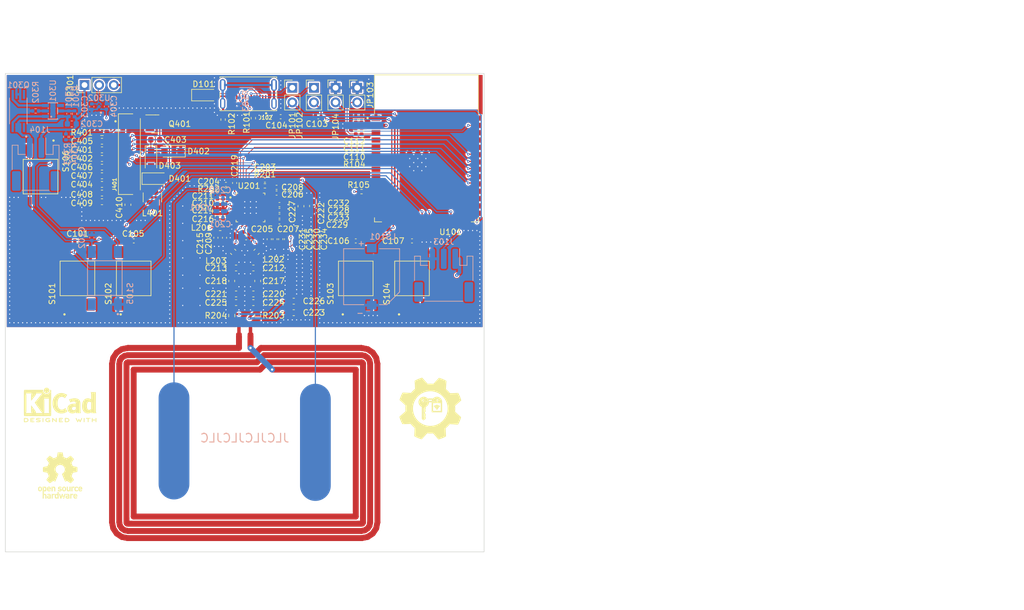
<source format=kicad_pcb>
(kicad_pcb (version 20211014) (generator pcbnew)

  (general
    (thickness 1.59)
  )

  (paper "A4")
  (layers
    (0 "F.Cu" signal)
    (1 "In1.Cu" power)
    (2 "In2.Cu" power)
    (31 "B.Cu" signal)
    (32 "B.Adhes" user "B.Adhesive")
    (33 "F.Adhes" user "F.Adhesive")
    (34 "B.Paste" user)
    (35 "F.Paste" user)
    (36 "B.SilkS" user "B.Silkscreen")
    (37 "F.SilkS" user "F.Silkscreen")
    (38 "B.Mask" user)
    (39 "F.Mask" user)
    (40 "Dwgs.User" user "User.Drawings")
    (41 "Cmts.User" user "User.Comments")
    (42 "Eco1.User" user "User.Eco1")
    (43 "Eco2.User" user "User.Eco2")
    (44 "Edge.Cuts" user)
    (45 "Margin" user)
    (46 "B.CrtYd" user "B.Courtyard")
    (47 "F.CrtYd" user "F.Courtyard")
    (48 "B.Fab" user)
    (49 "F.Fab" user)
    (50 "User.1" user)
    (51 "User.2" user)
    (52 "User.3" user)
    (53 "User.4" user)
    (54 "User.5" user)
    (55 "User.6" user)
    (56 "User.7" user)
    (57 "User.8" user)
    (58 "User.9" user)
  )

  (setup
    (stackup
      (layer "F.SilkS" (type "Top Silk Screen") (color "White"))
      (layer "F.Paste" (type "Top Solder Paste"))
      (layer "F.Mask" (type "Top Solder Mask") (color "Green") (thickness 0.01))
      (layer "F.Cu" (type "copper") (thickness 0.035))
      (layer "dielectric 1" (type "core") (thickness 0.2) (material "FR4") (epsilon_r 4.6) (loss_tangent 0.02))
      (layer "In1.Cu" (type "copper") (thickness 0.0175))
      (layer "dielectric 2" (type "prepreg") (thickness 1.065) (material "FR4") (epsilon_r 4.6) (loss_tangent 0.02))
      (layer "In2.Cu" (type "copper") (thickness 0.0175))
      (layer "dielectric 3" (type "core") (thickness 0.2) (material "FR4") (epsilon_r 4.6) (loss_tangent 0.02))
      (layer "B.Cu" (type "copper") (thickness 0.035))
      (layer "B.Mask" (type "Bottom Solder Mask") (color "Green") (thickness 0.01))
      (layer "B.Paste" (type "Bottom Solder Paste"))
      (layer "B.SilkS" (type "Bottom Silk Screen") (color "White"))
      (copper_finish "ENIG")
      (dielectric_constraints yes)
    )
    (pad_to_mask_clearance 0.05)
    (solder_mask_min_width 0.2)
    (pcbplotparams
      (layerselection 0x00010fc_ffffffff)
      (disableapertmacros false)
      (usegerberextensions true)
      (usegerberattributes true)
      (usegerberadvancedattributes true)
      (creategerberjobfile true)
      (svguseinch false)
      (svgprecision 6)
      (excludeedgelayer true)
      (plotframeref false)
      (viasonmask false)
      (mode 1)
      (useauxorigin false)
      (hpglpennumber 1)
      (hpglpenspeed 20)
      (hpglpendiameter 15.000000)
      (dxfpolygonmode true)
      (dxfimperialunits true)
      (dxfusepcbnewfont true)
      (psnegative false)
      (psa4output false)
      (plotreference true)
      (plotvalue true)
      (plotinvisibletext false)
      (sketchpadsonfab false)
      (subtractmaskfromsilk true)
      (outputformat 1)
      (mirror false)
      (drillshape 0)
      (scaleselection 1)
      (outputdirectory "out/")
    )
  )

  (net 0 "")
  (net 1 "Net-(AE202-Pad1)")
  (net 2 "Net-(AE202-Pad2)")
  (net 3 "GND")
  (net 4 "+3V3")
  (net 5 "Net-(C404-Pad2)")
  (net 6 "Net-(C405-Pad2)")
  (net 7 "Net-(C406-Pad2)")
  (net 8 "Net-(C407-Pad2)")
  (net 9 "Net-(C408-Pad2)")
  (net 10 "Net-(C409-Pad2)")
  (net 11 "Net-(C410-Pad1)")
  (net 12 "+5V")
  (net 13 "USB_VBUS")
  (net 14 "unconnected-(U101-Pad9)")
  (net 15 "unconnected-(U101-Pad17)")
  (net 16 "unconnected-(U101-Pad18)")
  (net 17 "MISO")
  (net 18 "MOSI")
  (net 19 "Net-(C209-Pad1)")
  (net 20 "Net-(C210-Pad1)")
  (net 21 "Net-(J102-PadS1)")
  (net 22 "unconnected-(J102-PadA1)")
  (net 23 "unconnected-(J102-PadA2)")
  (net 24 "unconnected-(J102-PadA3)")
  (net 25 "Net-(J102-PadA5)")
  (net 26 "USB_D+")
  (net 27 "USB_D-")
  (net 28 "unconnected-(J102-PadA8)")
  (net 29 "unconnected-(J102-PadA10)")
  (net 30 "unconnected-(J102-PadA11)")
  (net 31 "unconnected-(J102-PadB1)")
  (net 32 "unconnected-(J102-PadB2)")
  (net 33 "unconnected-(J102-PadB3)")
  (net 34 "Net-(J102-PadB5)")
  (net 35 "unconnected-(J102-PadB8)")
  (net 36 "unconnected-(J102-PadB10)")
  (net 37 "unconnected-(J102-PadB11)")
  (net 38 "LED_DATA")
  (net 39 "+BATT")
  (net 40 "-BATT")
  (net 41 "SCLK")
  (net 42 "unconnected-(U101-Pad19)")
  (net 43 "Net-(J401-Pad1)")
  (net 44 "unconnected-(J401-Pad6)")
  (net 45 "unconnected-(J401-Pad7)")
  (net 46 "DISP_BS")
  (net 47 "DISP_BUSY_N")
  (net 48 "DISP_RST")
  (net 49 "DISP_DC")
  (net 50 "DISP_SS_N")
  (net 51 "NFC_SS_N")
  (net 52 "NFC_IRQ")
  (net 53 "unconnected-(J401-Pad17)")
  (net 54 "unconnected-(J401-Pad19)")
  (net 55 "BUZZER")
  (net 56 "unconnected-(Q301-Pad1)")
  (net 57 "Net-(Q301-Pad4)")
  (net 58 "Net-(Q301-Pad5)")
  (net 59 "unconnected-(S101-Pad2)")
  (net 60 "unconnected-(S101-Pad1)")
  (net 61 "SW1")
  (net 62 "unconnected-(S102-Pad2)")
  (net 63 "unconnected-(S102-Pad1)")
  (net 64 "SW5")
  (net 65 "unconnected-(S103-Pad1)")
  (net 66 "unconnected-(S103-Pad2)")
  (net 67 "unconnected-(S104-Pad2)")
  (net 68 "unconnected-(S104-Pad1)")
  (net 69 "SW2")
  (net 70 "unconnected-(S105-Pad2)")
  (net 71 "Net-(S105-Pad3)")
  (net 72 "SW3")
  (net 73 "unconnected-(S106-Pad4)")
  (net 74 "unconnected-(S106-Pad3)")
  (net 75 "SW4")
  (net 76 "ESP_EN")
  (net 77 "ESP_BOOT")
  (net 78 "Net-(R105-Pad2)")
  (net 79 "ESP_D-")
  (net 80 "ESP_D+")
  (net 81 "unconnected-(U101-Pad36)")
  (net 82 "unconnected-(U101-Pad37)")
  (net 83 "SENSE_BAT")
  (net 84 "Net-(C212-Pad1)")
  (net 85 "/NFC/RFO1")
  (net 86 "/NFC/RFO2")
  (net 87 "/NFC/TRIM1_3")
  (net 88 "/NFC/TRIM2_3")
  (net 89 "/NFC/TRIM1_2")
  (net 90 "/NFC/TRIM2_2")
  (net 91 "Net-(R201-Pad2)")
  (net 92 "unconnected-(U201-Pad28)")
  (net 93 "Net-(R202-Pad2)")
  (net 94 "Net-(C213-Pad2)")
  (net 95 "Net-(C202-Pad2)")
  (net 96 "Net-(C201-Pad2)")
  (net 97 "/NFC/TRIM1_1")
  (net 98 "/NFC/TRIM2_1")
  (net 99 "/NFC/TRIM1_0")
  (net 100 "/NFC/TRIM2_0")
  (net 101 "/NFC/RFI1")
  (net 102 "/NFC/RFI2")
  (net 103 "Net-(C214-Pad1)")
  (net 104 "Net-(R302-Pad1)")
  (net 105 "unconnected-(U301-Pad4)")
  (net 106 "Net-(C301-Pad1)")
  (net 107 "Net-(AE201-Pad1)")
  (net 108 "Net-(AE201-Pad2)")
  (net 109 "Net-(C205-Pad1)")
  (net 110 "Net-(C206-Pad2)")
  (net 111 "TRIM1")
  (net 112 "TRIM2")
  (net 113 "Net-(C403-Pad1)")
  (net 114 "Net-(C403-Pad2)")
  (net 115 "unconnected-(J401-Pad4)")
  (net 116 "Net-(J401-Pad3)")
  (net 117 "Net-(C303-Pad1)")
  (net 118 "unconnected-(U101-Pad30)")
  (net 119 "unconnected-(U101-Pad29)")
  (net 120 "unconnected-(U101-Pad28)")
  (net 121 "unconnected-(U101-Pad38)")
  (net 122 "unconnected-(U101-Pad15)")
  (net 123 "unconnected-(U101-Pad10)")
  (net 124 "unconnected-(U101-Pad26)")
  (net 125 "unconnected-(U101-Pad12)")

  (footprint "Capacitor_SMD:C_0603_1608Metric" (layer "F.Cu") (at 46.75 43.25))

  (footprint "Capacitor_SMD:C_0402_1005Metric" (layer "F.Cu") (at 77.52 52.75))

  (footprint "Resistor_SMD:R_0603_1608Metric" (layer "F.Cu") (at 73.75 69 -90))

  (footprint "Capacitor_SMD:C_0603_1608Metric" (layer "F.Cu") (at 73 66.75 180))

  (footprint "Capacitor_SMD:C_0402_1005Metric" (layer "F.Cu") (at 68 55.5 -90))

  (footprint "FH34SRJ-24S-0:HRS_FH34SRJ-24S-0.5SH(99)" (layer "F.Cu") (at 51.5 41 90))

  (footprint "Capacitor_SMD:C_0402_1005Metric" (layer "F.Cu") (at 71.75 55.5))

  (footprint "Resistor_SMD:R_0402_1005Metric" (layer "F.Cu") (at 67.75 35 -90))

  (footprint "ST25R3911B-AQFT:QFN50P500X500X100-33N" (layer "F.Cu") (at 72.5 50.25))

  (footprint "Resistor_SMD:R_0603_1608Metric" (layer "F.Cu") (at 46.75 37.25))

  (footprint "Capacitor_SMD:C_0402_1005Metric" (layer "F.Cu") (at 75 45.5 180))

  (footprint "Capacitor_SMD:C_0402_1005Metric" (layer "F.Cu") (at 66.75 51.77 90))

  (footprint "Capacitor_SMD:C_0402_1005Metric" (layer "F.Cu") (at 77.02 46.75 180))

  (footprint "Symbol:KiCad-Logo2_5mm_SilkScreen" (layer "F.Cu") (at 39.5 84.5))

  (footprint "Capacitor_SMD:C_0402_1005Metric" (layer "F.Cu") (at 66.75 49.25 -90))

  (footprint "Capacitor_SMD:C_0603_1608Metric" (layer "F.Cu") (at 56 38.5 180))

  (footprint "Diode_SMD:D_SOD-123F" (layer "F.Cu") (at 59 40.5 180))

  (footprint "Diode_SMD:D_SOD-123F" (layer "F.Cu") (at 55.9 45.25))

  (footprint "Antenna:Antenna_NFC" (layer "F.Cu") (at 71 91 -90))

  (footprint "Capacitor_SMD:C_0402_1005Metric" (layer "F.Cu") (at 75.75 55.75 -90))

  (footprint "Connector_PinHeader_2.54mm:PinHeader_1x02_P2.54mm_Vertical" (layer "F.Cu") (at 79.75 29.475))

  (footprint "Resistor_SMD:R_0402_1005Metric" (layer "F.Cu") (at 75 46.5 180))

  (footprint "Resistor_SMD:R_0402_1005Metric" (layer "F.Cu") (at 91.75 37 90))

  (footprint "Capacitor_SMD:C_0402_1005Metric" (layer "F.Cu") (at 90.75 56.05 180))

  (footprint "Capacitor_SMD:C_0402_1005Metric" (layer "F.Cu") (at 90.75 37 -90))

  (footprint "Capacitor_SMD:C_0603_1608Metric" (layer "F.Cu") (at 73.75 63 -90))

  (footprint "Capacitor_SMD:C_0402_1005Metric" (layer "F.Cu") (at 78.75 55.75 -90))

  (footprint "Capacitor_SMD:C_0402_1005Metric" (layer "F.Cu") (at 76.75 55.75 -90))

  (footprint "Connector_PinHeader_2.54mm:PinHeader_1x03_P2.54mm_Vertical" (layer "F.Cu") (at 43.725 29 90))

  (footprint "Capacitor_SMD:C_0402_1005Metric" (layer "F.Cu")
    (tedit 5F68FEEE) (tstamp 53bdca61-74d0-4fad-a7e5-3a37bbf65930)
    (at 100.5 56.05 180)
    (descr "Capacitor SMD 0402 (1005 Metric), square (rectangular) end terminal, IPC_7351 nominal, (Body size source: IPC-SM-782 page 76, https://www.pcb-3d.com/wordpress/wp-content/uploads/ipc-sm-782a_amendment_1_and_2.pdf), generated with kicad-footprint-generator")
    (tags "capacitor")
    (property "Sheetfile" "FabReader2.kicad_sch")
    (property "Sheetname" "")
    (path "/904e7fb5-bfe4-40bd-95e2-74b2e60258d7")
    (attr smd)
    (fp_text reference "C107" (at 3.25 0) (layer "F.SilkS")
      (effects (font (size 1 1) (thickness 0.15)))
      (tstamp b465f0d2-3ae2-4f5e-967c-db7ab60754c3)
    )
    (fp_text value "1uF" (at 0 1.16) (layer "F.Fab")
      (effects (font (size 1 1) (thickness 0.15)))
      (tstamp eaf90d05-c79a-451c-b84b-2c3cb0319974)
    )
    (fp_text user "${REFERENCE}" (at 0 0) (layer "F.Fab")
      (effects (font (size 0.25 0.25) (thickness 0.04)))
      (tstamp ea85b7e9-a0fd-43b8-b8df-b9be0c23dc0d)
    )
    (fp_line (start -0.107836 0.36) (end 0.107836 0.36) (layer "F.SilkS") (width 0.12) (tstamp 0ccace5b-45a7-46eb-82b5-c5e6d2488545))
    (fp_line (start -0.107836 -0.36) (end 0.107836 -0.36) (layer "F.SilkS") (width 0.12) (tstamp 246ee060-e413-4e25-bb54-df0e569c5444))
    (fp_line (start 0.91 -0.46) (end 0.91 0.46) (layer "F.CrtYd") (width 0.05) (tstamp 1ed5f16b-3698-4295-9919-37258ca23
... [2057801 chars truncated]
</source>
